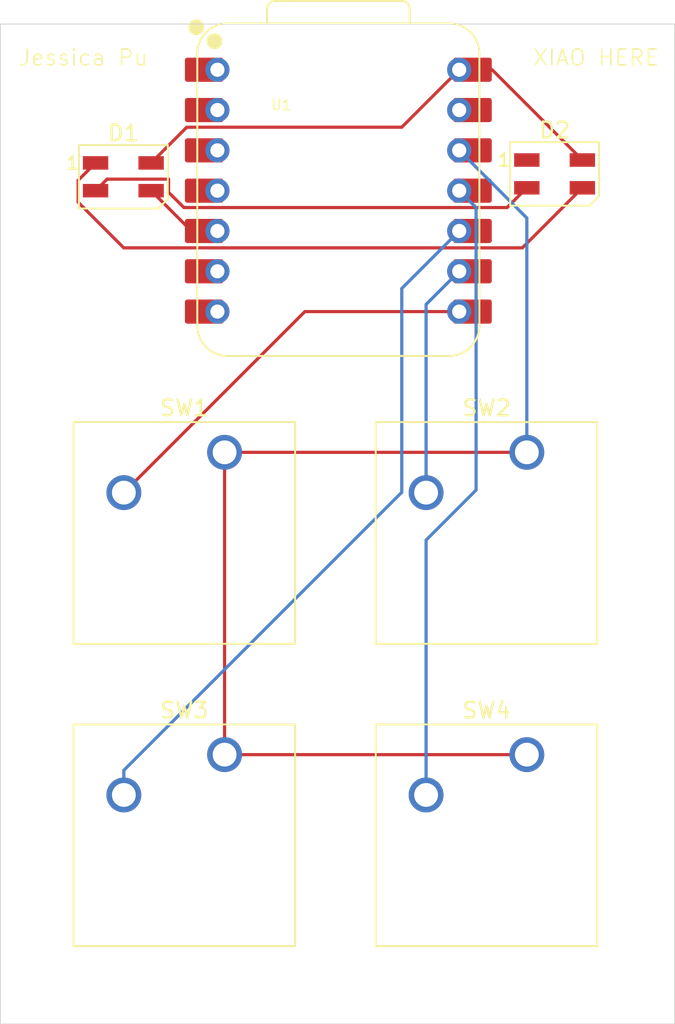
<source format=kicad_pcb>
(kicad_pcb (version 20241229) (generator "pcbnew") (generator_version "9.0")
  (layers (0 "F.Cu" signal) (2 "B.Cu" signal) (13 "F.Paste" user) (15 "B.Paste" user) (5 "F.SilkS" user "F.Silkscreen") (7 "B.SilkS" user "B.Silkscreen") (1 "F.Mask" user) (3 "B.Mask" user) (25 "Edge.Cuts" user))
  (net 0 "")
  (net 1 "+5V")
  (net 2 "Net-(D1-DOUT)")
  (net 3 "Net-(D1-DIN)")
  (net 4 "Net-(D1-VSS)")
  (net 6 "GND")
  (net 7 "Net-(U1-GPIO1{slash}RX)")
  (net 8 "Net-(U1-GPIO2{slash}SCK)")
  (net 9 "Net-(U1-GPIO4{slash}MISO)")
  (net 10 "Net-(U1-GPIO3{slash}MOSI)")
  (footprint "Button_Switch_Keyboard:SW_Cherry_MX_1.00u_PCB" (layer "F.Cu") (at 116.68125 109.5375)
    (property "Reference" "SW4" (at -2.54 -2.794 0) (layer "F.SilkS"))
    (property "Value" "SW_Push")
    (fp_line (start -9.525 -1.905) (end 4.445 -1.905) (stroke (width 0.12)) (layer "F.SilkS"))
    (fp_line (start -9.525 12.065) (end -9.525 -1.905) (stroke (width 0.12)) (layer "F.SilkS"))
    (fp_line (start 4.445 -1.905) (end 4.445 12.065) (stroke (width 0.12)) (layer "F.SilkS"))
    (fp_line (start 4.445 12.065) (end -9.525 12.065) (stroke (width 0.12)) (layer "F.SilkS"))
    (pad "" np_thru_hole circle (at -7.62 5.08) (size 1.7 1.7) (drill 1.7) (layers "*.Cu" "*.Mask"))
    (pad "" np_thru_hole circle (at -2.54 5.08) (size 4 4) (drill 4) (layers "*.Cu" "*.Mask"))
    (pad "" np_thru_hole circle (at 2.54 5.08) (size 1.7 1.7) (drill 1.7) (layers "*.Cu" "*.Mask"))
    (pad "1" thru_hole circle (at 0 0) (size 2.2 2.2) (drill 1.5) (layers "*.Cu" "*.Mask") (net 6 "GND"))
    (pad "2" thru_hole circle (at -6.35 2.54) (size 2.2 2.2) (drill 1.5) (layers "*.Cu" "*.Mask") (net 10 "Net-(U1-GPIO3{slash}MOSI)"))
  )
  (footprint "Button_Switch_Keyboard:SW_Cherry_MX_1.00u_PCB" (layer "F.Cu") (at 116.68125 90.4875)
    (property "Reference" "SW2" (at -2.54 -2.794 0) (layer "F.SilkS"))
    (property "Value" "SW_Push")
    (fp_line (start -9.525 -1.905) (end 4.445 -1.905) (stroke (width 0.12)) (layer "F.SilkS"))
    (fp_line (start -9.525 12.065) (end -9.525 -1.905) (stroke (width 0.12)) (layer "F.SilkS"))
    (fp_line (start 4.445 -1.905) (end 4.445 12.065) (stroke (width 0.12)) (layer "F.SilkS"))
    (fp_line (start 4.445 12.065) (end -9.525 12.065) (stroke (width 0.12)) (layer "F.SilkS"))
    (pad "" np_thru_hole circle (at -7.62 5.08) (size 1.7 1.7) (drill 1.7) (layers "*.Cu" "*.Mask"))
    (pad "" np_thru_hole circle (at -2.54 5.08) (size 4 4) (drill 4) (layers "*.Cu" "*.Mask"))
    (pad "" np_thru_hole circle (at 2.54 5.08) (size 1.7 1.7) (drill 1.7) (layers "*.Cu" "*.Mask"))
    (pad "1" thru_hole circle (at 0 0) (size 2.2 2.2) (drill 1.5) (layers "*.Cu" "*.Mask") (net 6 "GND"))
    (pad "2" thru_hole circle (at -6.35 2.54) (size 2.2 2.2) (drill 1.5) (layers "*.Cu" "*.Mask") (net 8 "Net-(U1-GPIO2{slash}SCK)"))
  )
  (footprint "Button_Switch_Keyboard:SW_Cherry_MX_1.00u_PCB" (layer "F.Cu") (at 97.63125 109.5375)
    (property "Reference" "SW3" (at -2.54 -2.794 0) (layer "F.SilkS"))
    (property "Value" "SW_Push")
    (fp_line (start -9.525 -1.905) (end 4.445 -1.905) (stroke (width 0.12)) (layer "F.SilkS"))
    (fp_line (start -9.525 12.065) (end -9.525 -1.905) (stroke (width 0.12)) (layer "F.SilkS"))
    (fp_line (start 4.445 -1.905) (end 4.445 12.065) (stroke (width 0.12)) (layer "F.SilkS"))
    (fp_line (start 4.445 12.065) (end -9.525 12.065) (stroke (width 0.12)) (layer "F.SilkS"))
    (pad "" np_thru_hole circle (at -7.62 5.08) (size 1.7 1.7) (drill 1.7) (layers "*.Cu" "*.Mask"))
    (pad "" np_thru_hole circle (at -2.54 5.08) (size 4 4) (drill 4) (layers "*.Cu" "*.Mask"))
    (pad "" np_thru_hole circle (at 2.54 5.08) (size 1.7 1.7) (drill 1.7) (layers "*.Cu" "*.Mask"))
    (pad "1" thru_hole circle (at 0 0) (size 2.2 2.2) (drill 1.5) (layers "*.Cu" "*.Mask") (net 6 "GND"))
    (pad "2" thru_hole circle (at -6.35 2.54) (size 2.2 2.2) (drill 1.5) (layers "*.Cu" "*.Mask") (net 9 "Net-(U1-GPIO4{slash}MISO)"))
  )
  (footprint "Button_Switch_Keyboard:SW_Cherry_MX_1.00u_PCB" (layer "F.Cu") (at 97.63125 90.4875)
    (property "Reference" "SW1" (at -2.54 -2.794 0) (layer "F.SilkS"))
    (property "Value" "SW_Push")
    (fp_line (start -9.525 -1.905) (end 4.445 -1.905) (stroke (width 0.12)) (layer "F.SilkS"))
    (fp_line (start -9.525 12.065) (end -9.525 -1.905) (stroke (width 0.12)) (layer "F.SilkS"))
    (fp_line (start 4.445 -1.905) (end 4.445 12.065) (stroke (width 0.12)) (layer "F.SilkS"))
    (fp_line (start 4.445 12.065) (end -9.525 12.065) (stroke (width 0.12)) (layer "F.SilkS"))
    (pad "" np_thru_hole circle (at -7.62 5.08) (size 1.7 1.7) (drill 1.7) (layers "*.Cu" "*.Mask"))
    (pad "" np_thru_hole circle (at -2.54 5.08) (size 4 4) (drill 4) (layers "*.Cu" "*.Mask"))
    (pad "" np_thru_hole circle (at 2.54 5.08) (size 1.7 1.7) (drill 1.7) (layers "*.Cu" "*.Mask"))
    (pad "1" thru_hole circle (at 0 0) (size 2.2 2.2) (drill 1.5) (layers "*.Cu" "*.Mask") (net 6 "GND"))
    (pad "2" thru_hole circle (at -6.35 2.54) (size 2.2 2.2) (drill 1.5) (layers "*.Cu" "*.Mask") (net 7 "Net-(U1-GPIO1{slash}RX)"))
  )
  (footprint "OPL:XIAO-RP2040-DIP" (layer "F.Cu") (at 104.8 74)
    (property "Reference" "U1" (at -3.6 -5.4 0) (layer "F.SilkS") (effects (font (size 0.635 0.635) (thickness 0.1016))))
    (property "Value" "XIAO-RP2040-DIP")
    (fp_line (start -8.89 8.509) (end -8.89 -8.636) (stroke (width 0.127)) (layer "F.SilkS"))
    (fp_line (start -6.985 10.414) (end 6.985 10.414) (stroke (width 0.127)) (layer "F.SilkS"))
    (fp_line (start -4.495 -10.541) (end -4.491272 -11.451272) (stroke (width 0.127)) (layer "F.SilkS"))
    (fp_line (start -3.991272 -11.951) (end 4.004 -11.951) (stroke (width 0.127)) (layer "F.SilkS"))
    (fp_line (start 4.504 -11.451) (end 4.504 -10.541) (stroke (width 0.127)) (layer "F.SilkS"))
    (fp_line (start 6.985 -10.541) (end -6.985 -10.541) (stroke (width 0.1)) (layer "F.SilkS"))
    (fp_line (start 6.985 -10.541) (end -6.985 -10.541) (stroke (width 0.127)) (layer "F.SilkS"))
    (fp_line (start 8.89 8.509) (end 8.89 -8.636) (stroke (width 0.127)) (layer "F.SilkS"))
    (fp_arc (start -8.89 -8.636) (mid -8.332038 -9.983038) (end -6.985 -10.541) (stroke (width 0.127)) (layer "F.SilkS"))
    (fp_arc (start -6.985 10.414) (mid -8.332038 9.856038) (end -8.89 8.509) (stroke (width 0.127)) (layer "F.SilkS"))
    (fp_arc (start -4.491272 -11.451272) (mid -4.344728 -11.80464) (end -3.991272 -11.951) (stroke (width 0.127)) (layer "F.SilkS"))
    (fp_arc (start 4.004 -11.951) (mid 4.357553 -11.804553) (end 4.504 -11.451) (stroke (width 0.127)) (layer "F.SilkS"))
    (fp_arc (start 6.985 -10.541) (mid 8.332038 -9.983038) (end 8.89 -8.636) (stroke (width 0.127)) (layer "F.SilkS"))
    (fp_arc (start 8.89 8.509) (mid 8.332038 9.856038) (end 6.985 10.414) (stroke (width 0.127)) (layer "F.SilkS"))
    (fp_circle (center -8.95 -10.3) (end -8.95 -10.554) (stroke (width 0.5)) (fill yes) (layer "F.SilkS"))
    (fp_circle (center -7.807 -9.42) (end -7.807 -9.674) (stroke (width 0.5)) (fill yes) (layer "F.SilkS"))
    (pad "1" smd roundrect (at -8.455 -7.62 180) (size 2.432 1.524) (layers "F.Cu" "F.Mask") (roundrect_rratio 0.1))
    (pad "1" thru_hole circle (at -7.62 -7.62 180) (size 1.524 1.524) (drill 0.889) (layers "*.Cu" "*.Mask"))
    (pad "2" smd roundrect (at -8.455 -5.08 180) (size 2.432 1.524) (layers "F.Cu" "F.Mask") (roundrect_rratio 0.1))
    (pad "2" thru_hole circle (at -7.62 -5.08 180) (size 1.524 1.524) (drill 0.889) (layers "*.Cu" "*.Mask"))
    (pad "3" smd roundrect (at -8.455 -2.54 180) (size 2.432 1.524) (layers "F.Cu" "F.Mask") (roundrect_rratio 0.1))
    (pad "3" thru_hole circle (at -7.62 -2.54 180) (size 1.524 1.524) (drill 0.889) (layers "*.Cu" "*.Mask"))
    (pad "4" smd roundrect (at -8.455 0 180) (size 2.432 1.524) (layers "F.Cu" "F.Mask") (roundrect_rratio 0.1))
    (pad "4" thru_hole circle (at -7.62 0 180) (size 1.524 1.524) (drill 0.889) (layers "*.Cu" "*.Mask"))
    (pad "5" smd roundrect (at -8.455 2.54 180) (size 2.432 1.524) (layers "F.Cu" "F.Mask") (roundrect_rratio 0.1) (net 3 "Net-(D1-DIN)"))
    (pad "5" thru_hole circle (at -7.62 2.54 180) (size 1.524 1.524) (drill 0.889) (layers "*.Cu" "*.Mask") (net 3 "Net-(D1-DIN)"))
    (pad "6" smd roundrect (at -8.455 5.08 180) (size 2.432 1.524) (layers "F.Cu" "F.Mask") (roundrect_rratio 0.1))
    (pad "6" thru_hole circle (at -7.62 5.08 180) (size 1.524 1.524) (drill 0.889) (layers "*.Cu" "*.Mask"))
    (pad "7" smd roundrect (at -8.455 7.62 180) (size 2.432 1.524) (layers "F.Cu" "F.Mask") (roundrect_rratio 0.1))
    (pad "7" thru_hole circle (at -7.62 7.62 180) (size 1.524 1.524) (drill 0.889) (layers "*.Cu" "*.Mask"))
    (pad "8" thru_hole circle (at 7.62 7.62) (size 1.524 1.524) (drill 0.889) (layers "*.Cu" "*.Mask") (net 7 "Net-(U1-GPIO1{slash}RX)"))
    (pad "8" smd roundrect (at 8.455 7.62) (size 2.432 1.524) (layers "F.Cu" "F.Mask") (roundrect_rratio 0.1) (net 7 "Net-(U1-GPIO1{slash}RX)"))
    (pad "9" thru_hole circle (at 7.62 5.08) (size 1.524 1.524) (drill 0.889) (layers "*.Cu" "*.Mask") (net 8 "Net-(U1-GPIO2{slash}SCK)"))
    (pad "9" smd roundrect (at 8.455 5.08) (size 2.432 1.524) (layers "F.Cu" "F.Mask") (roundrect_rratio 0.1) (net 8 "Net-(U1-GPIO2{slash}SCK)"))
    (pad "10" thru_hole circle (at 7.62 2.54) (size 1.524 1.524) (drill 0.889) (layers "*.Cu" "*.Mask") (net 9 "Net-(U1-GPIO4{slash}MISO)"))
    (pad "10" smd roundrect (at 8.455 2.54) (size 2.432 1.524) (layers "F.Cu" "F.Mask") (roundrect_rratio 0.1) (net 9 "Net-(U1-GPIO4{slash}MISO)"))
    (pad "11" thru_hole circle (at 7.62 0) (size 1.524 1.524) (drill 0.889) (layers "*.Cu" "*.Mask") (net 10 "Net-(U1-GPIO3{slash}MOSI)"))
    (pad "11" smd roundrect (at 8.455 0) (size 2.432 1.524) (layers "F.Cu" "F.Mask") (roundrect_rratio 0.1) (net 10 "Net-(U1-GPIO3{slash}MOSI)"))
    (pad "12" thru_hole circle (at 7.62 -2.54) (size 1.524 1.524) (drill 0.889) (layers "*.Cu" "*.Mask") (net 6 "GND"))
    (pad "12" smd roundrect (at 8.455 -2.54) (size 2.432 1.524) (layers "F.Cu" "F.Mask") (roundrect_rratio 0.1) (net 6 "GND"))
    (pad "13" thru_hole circle (at 7.62 -5.08) (size 1.524 1.524) (drill 0.889) (layers "*.Cu" "*.Mask"))
    (pad "13" smd roundrect (at 8.455 -5.08) (size 2.432 1.524) (layers "F.Cu" "F.Mask") (roundrect_rratio 0.1))
    (pad "14" thru_hole circle (at 7.62 -7.62) (size 1.524 1.524) (drill 0.889) (layers "*.Cu" "*.Mask") (net 1 "+5V"))
    (pad "14" smd roundrect (at 8.455 -7.62) (size 2.432 1.524) (layers "F.Cu" "F.Mask") (roundrect_rratio 0.1) (net 1 "+5V"))
  )
  (footprint "LED_SMD:LED_SK6812MINI_PLCC4_3.5x3.5mm_P1.75mm" (layer "F.Cu") (at 91.25 73.125)
    (property "Reference" "D1" (at 0 -2.75 0) (layer "F.SilkS"))
    (property "Value" "SK6812MINI")
    (fp_line (start -2.8 -2) (end -2.8 2) (stroke (width 0.12)) (layer "F.SilkS"))
    (fp_line (start -2.8 -2) (end 2.8 -2) (stroke (width 0.12)) (layer "F.SilkS"))
    (fp_line (start -2.8 2) (end 2.2 2) (stroke (width 0.12)) (layer "F.SilkS"))
    (fp_line (start 2.8 1.4) (end 2.2 2) (stroke (width 0.12)) (layer "F.SilkS"))
    (fp_line (start 2.8 1.4) (end 2.8 -2) (stroke (width 0.12)) (layer "F.SilkS"))
    (fp_text user "1" (at -3.2 -0.875 0) (layer "F.SilkS") (effects (font (size 0.8 0.8))))
    (pad "1" smd rect (at -1.75 -0.875) (size 1.6 0.85) (layers "F.Cu" "F.Mask" "F.Paste") (net 2 "Net-(D1-DOUT)"))
    (pad "2" smd rect (at -1.75 0.875) (size 1.6 0.85) (layers "F.Cu" "F.Mask" "F.Paste") (net 4 "Net-(D1-VSS)"))
    (pad "3" smd rect (at 1.75 0.875) (size 1.6 0.85) (layers "F.Cu" "F.Mask" "F.Paste") (net 3 "Net-(D1-DIN)"))
    (pad "4" smd rect (at 1.75 -0.875) (size 1.6 0.85) (layers "F.Cu" "F.Mask" "F.Paste") (net 1 "+5V"))
  )
  (footprint "LED_SMD:LED_SK6812MINI_PLCC4_3.5x3.5mm_P1.75mm" (layer "F.Cu") (at 118.43125 72.94375)
    (property "Reference" "D2" (at 0 -2.75 0) (layer "F.SilkS"))
    (property "Value" "SK6812MINI")
    (fp_line (start -2.8 -2) (end -2.8 2) (stroke (width 0.12)) (layer "F.SilkS"))
    (fp_line (start -2.8 -2) (end 2.8 -2) (stroke (width 0.12)) (layer "F.SilkS"))
    (fp_line (start -2.8 2) (end 2.2 2) (stroke (width 0.12)) (layer "F.SilkS"))
    (fp_line (start 2.8 1.4) (end 2.2 2) (stroke (width 0.12)) (layer "F.SilkS"))
    (fp_line (start 2.8 1.4) (end 2.8 -2) (stroke (width 0.12)) (layer "F.SilkS"))
    (fp_text user "1" (at -3.2 -0.875 0) (layer "F.SilkS") (effects (font (size 0.8 0.8))))
    (pad "1" smd rect (at -1.75 -0.875) (size 1.6 0.85) (layers "F.Cu" "F.Mask" "F.Paste"))
    (pad "2" smd rect (at -1.75 0.875) (size 1.6 0.85) (layers "F.Cu" "F.Mask" "F.Paste") (net 4 "Net-(D1-VSS)"))
    (pad "3" smd rect (at 1.75 0.875) (size 1.6 0.85) (layers "F.Cu" "F.Mask" "F.Paste") (net 2 "Net-(D1-DOUT)"))
    (pad "4" smd rect (at 1.75 -0.875) (size 1.6 0.85) (layers "F.Cu" "F.Mask" "F.Paste") (net 1 "+5V"))
  )
  (gr_rect (start 83.5 63.5) (end 126 126.5) (stroke (width 0.05)) (fill no) (layer "Edge.Cuts"))
  (gr_text "Jessica Pu" (at 84.6 66.2 0) (layer "F.SilkS") (effects (font (size 1 1) (thickness 0.1)) (justify left bottom)))
  (gr_text "XIAO HERE" (at 117 66.2 0) (layer "F.SilkS") (effects (font (size 1 1) (thickness 0.1)) (justify left bottom)))
  (segment (start 114.4925 66.38) (end 112.42 66.38) (width 0.2) (layer "F.Cu") (net 1))
  (segment (start 112.42 66.38) (end 108.8 70) (width 0.2) (layer "F.Cu") (net 1))
  (segment (start 95.25 70) (end 93 72.25) (width 0.2) (layer "F.Cu") (net 1))
  (segment (start 120.18125 72.06875) (end 114.4925 66.38) (width 0.2) (layer "F.Cu") (net 1))
  (segment (start 108.8 70) (end 95.25 70) (width 0.2) (layer "F.Cu") (net 1))
  (segment (start 91.276 77.603) (end 88.399 74.726) (width 0.2) (layer "F.Cu") (net 2))
  (segment (start 88.399 73.351) (end 89.5 72.25) (width 0.2) (layer "F.Cu") (net 2))
  (segment (start 120.18125 73.81875) (end 116.397 77.603) (width 0.2) (layer "F.Cu") (net 2))
  (segment (start 116.397 77.603) (end 91.276 77.603) (width 0.2) (layer "F.Cu") (net 2))
  (segment (start 88.399 74.726) (end 88.399 73.351) (width 0.2) (layer "F.Cu") (net 2))
  (segment (start 97.18 76.54) (end 95.54 76.54) (width 0.2) (layer "F.Cu") (net 3))
  (segment (start 95.54 76.54) (end 93 74) (width 0.2) (layer "F.Cu") (net 3))
  (segment (start 94.101 74.101) (end 94.101 73.274) (width 0.2) (layer "F.Cu") (net 4))
  (segment (start 95.063 75.063) (end 94.101 74.101) (width 0.2) (layer "F.Cu") (net 4))
  (segment (start 116.68125 73.81875) (end 115.437 75.063) (width 0.2) (layer "F.Cu") (net 4))
  (segment (start 115.437 75.063) (end 95.063 75.063) (width 0.2) (layer "F.Cu") (net 4))
  (segment (start 94.101 73.274) (end 90.226 73.274) (width 0.2) (layer "F.Cu") (net 4))
  (segment (start 90.226 73.274) (end 89.5 74) (width 0.2) (layer "F.Cu") (net 4))
  (segment (start 97.63125 90.4875) (end 116.68125 90.4875) (width 0.2) (layer "F.Cu") (net 6))
  (segment (start 116.68125 109.5375) (end 97.63125 109.5375) (width 0.2) (layer "F.Cu") (net 6))
  (segment (start 97.63125 109.5375) (end 97.63125 90.4875) (width 0.2) (layer "F.Cu") (net 6))
  (segment (start 116.68125 90.4875) (end 116.68125 75.72125) (width 0.2) (layer "B.Cu") (net 6))
  (segment (start 116.68125 75.72125) (end 112.42 71.46) (width 0.2) (layer "B.Cu") (net 6))
  (segment (start 102.68875 81.62) (end 112.42 81.62) (width 0.2) (layer "F.Cu") (net 7))
  (segment (start 91.28125 93.0275) (end 102.68875 81.62) (width 0.2) (layer "F.Cu") (net 7))
  (segment (start 110.33125 93.0275) (end 110.33125 81.16875) (width 0.2) (layer "B.Cu") (net 8))
  (segment (start 110.33125 81.16875) (end 112.42 79.08) (width 0.2) (layer "B.Cu") (net 8))
  (segment (start 91.28125 112.0775) (end 91.28125 110.521866) (width 0.2) (layer "B.Cu") (net 9))
  (segment (start 108.8 93.003116) (end 108.8 80.16) (width 0.2) (layer "B.Cu") (net 9))
  (segment (start 91.28125 110.521866) (end 108.8 93.003116) (width 0.2) (layer "B.Cu") (net 9))
  (segment (start 108.8 80.16) (end 112.42 76.54) (width 0.2) (layer "B.Cu") (net 9))
  (segment (start 110.33125 112.0775) (end 110.33125 96.016814) (width 0.2) (layer "B.Cu") (net 10))
  (segment (start 113.483 92.865064) (end 113.483 75.063) (width 0.2) (layer "B.Cu") (net 10))
  (segment (start 113.483 75.063) (end 112.42 74) (width 0.2) (layer "B.Cu") (net 10))
  (segment (start 110.33125 96.016814) (end 113.483 92.865064) (width 0.2) (layer "B.Cu") (net 10))
)
</source>
